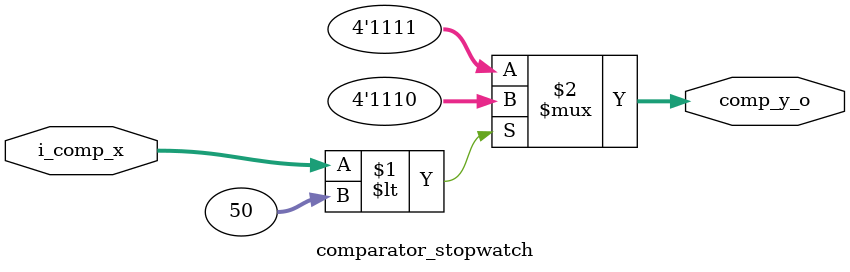
<source format=v>
`timescale 1ns / 10ps

module stopwatch_fnd_controller (
    input i_con_clk,
    input i_con_reset,
    input i_con_fnd_mode, 
    input [6:0] i_con_mSec,
    input [6:0] i_con_sec,
    input [6:0] i_con_min,
    input [6:0] i_con_hour, 
    output [3:0] con_fndCom_o,
    output [7:0] con_fndFont_o
);

    wire [3:0] w_mSec_dig01, w_mSec_dig10;
    wire [3:0] w_sec_dig01, w_sec_dig10;
    wire [3:0] w_min_dig01, w_min_dig10;
    wire [3:0] w_hour_dig01, w_hour_dig10; 
    wire [2:0] w_selFnd; 
    wire [3:0] w_bcdData, w_bcd_Sec_MSec, w_bcdData_Min_Hour; 
    wire w_clk;
    wire [3:0] w_dot; 

    wire [3:0] w_mul_x0, w_mul_x1, w_mul_x2, w_mul_x3;
    wire [3:0] w_con_fndCom_o; 

    assign con_fndCom_o = w_con_fndCom_o; 

    clk_divider_stopwatch U_clk_div( 
        .i_div_clk(i_con_clk),
        .i_div_reset(i_con_reset),
        .div_clk_o(w_clk)
    );

    counter_stopwatch U_counter(
        .i_cnt_clk(w_clk), 
        .i_cnt_reset(i_con_reset), 
        .cnt_count_o(w_selFnd)
    );

    decoder_3to8_stopwatch U_3to8 (
        .i_dec_x(w_selFnd),
        .dec_y_o(w_con_fndCom_o)
    );

    digit_splitter_stopwatch U_dig_splitter_mSec(
        .i_dig_dig(i_con_mSec),
        .dig_dig01_o(w_mSec_dig01),
        .dig_dig10_o(w_mSec_dig10)
    );

    digit_splitter_stopwatch U_dig_splitter_sec(
        .i_dig_dig(i_con_sec),
        .dig_dig01_o(w_sec_dig01),
        .dig_dig10_o(w_sec_dig10)
    );

    digit_splitter_stopwatch U_dig_splitter_min(
        .i_dig_dig(i_con_min),
        .dig_dig01_o(w_min_dig01),
        .dig_dig10_o(w_min_dig10)
    );
    
    digit_splitter_stopwatch U_dig_splitter_hour(
        .i_dig_dig(i_con_hour),
        .dig_dig01_o(w_hour_dig01),
        .dig_dig10_o(w_hour_dig10)
    );

    comparator_stopwatch U_mSec_Comp(
        .i_comp_x(i_con_mSec),
        .comp_y_o(w_dot) 
    );

    mux_81_stopwatch U_mux_81_Sec_mSec (
        .i_mul_sel(w_selFnd),
        .i_mul_x0(w_mSec_dig01),
        .i_mul_x1(w_mSec_dig10),
        .i_mul_x2(w_sec_dig01),
        .i_mul_x3(w_sec_dig10),
        .i_mul_x4(4'hf),
        .i_mul_x5(4'hf),
        .i_mul_x6(w_dot),
        .i_mul_x7(4'hf),
        .mul_y_o(w_bcd_Sec_MSec)
    );

    mux_81_stopwatch U_mux_81_Min_Hour (
        .i_mul_sel(w_selFnd),
        .i_mul_x0(w_min_dig01),
        .i_mul_x1(w_min_dig10),
        .i_mul_x2(w_hour_dig01),
        .i_mul_x3(w_hour_dig10),
        .i_mul_x4(4'hf),
        .i_mul_x5(4'hf),
        .i_mul_x6(w_dot),
        .i_mul_x7(4'hf),
        .mul_y_o(w_bcdData_Min_Hour)
    );

    mux_21_stopwatch U_Mux_21(
        .i_mul_sel(i_con_fnd_mode),
        .i_mul_x0(w_bcd_Sec_MSec),
        .i_mul_x1(w_bcdData_Min_Hour),
        .mul_y_o(w_bcdData)
    );

    BCDtoseg_o_decoder_stopwatch U_BCDtoSEG (       
        .i_bcd(w_bcdData),
        .seg_o(con_fndFont_o)
    );

endmodule

//////////////////////////////////////////////////////////////////////
////////////////////////

module clk_divider_stopwatch(
    input i_div_clk,
    input i_div_reset,

    output div_clk_o 
);
    reg [16:0] r_counter;           
    reg r_clk; 

    assign div_clk_o = r_clk; 

    always @(posedge i_div_clk, posedge i_div_reset) begin
        if (i_div_reset) begin
            r_counter <= 0; 
            r_clk <= 1'b0; 
        end 
        else begin
            if (r_counter == 100_000 -1) begin  // 0.1초 
                r_counter <= 0; 
                r_clk <= 1'b1; 
            end 
            else begin
                r_counter <= r_counter + 1; 
                r_clk <= 1'b0; 
            end 
        end 
    end

endmodule

//////////////////////////////////////////////////////////////////////

module counter_stopwatch(
    input wire i_cnt_clk, 
    input wire i_cnt_reset, 
    output reg [2:0] cnt_count_o   
);

    always @(posedge i_cnt_clk, posedge i_cnt_reset) begin
        if (i_cnt_reset) begin
            cnt_count_o <= 0;       // blocking assignment 
        end 
        else begin
            cnt_count_o <= cnt_count_o + 1; 
        end 
    end
    
endmodule

//////////////////////////////////////////////////////////////////////

// BCDtoseg_o_decoder
module BCDtoseg_o_decoder_stopwatch(
    input wire [3:0] i_bcd,
    // input wire i_bcd_dotE,
    // input wire [3:0] i_bcd_dec, 
    output reg  [7:0] seg_o
);

    always @(*) begin
        case (i_bcd)
            4'h0: seg_o = 8'hc0;
            4'h1: seg_o = 8'hf9;
            4'h2: seg_o = 8'ha4;
            4'h3: seg_o = 8'hb0;
            4'h4: seg_o = 8'h99;
            4'h5: seg_o = 8'h92;
            4'h6: seg_o = 8'h82;
            4'h7: seg_o = 8'hf8;
            4'h8: seg_o = 8'h80;
            4'h9: seg_o = 8'h90;
            4'ha: seg_o = 8'h88;
            4'hb: seg_o = 8'h83;
            4'hc: seg_o = 8'hc6;
            4'hd: seg_o = 8'ha1;
            4'he: seg_o = 8'h7f;        // on dot   :  0 -> on  7f = 0111_1111
            4'hf: seg_o = 8'hff;        // all off 
            default: seg_o = 8'hff;
        endcase

    end

endmodule

//////////////////////////////////////////////////////////////////////

// decoder_3to8
module decoder_3to8_stopwatch(
    input [2:0] i_dec_x,
    output reg [3:0] dec_y_o
);    

    always @(i_dec_x) begin
        case (i_dec_x)
            3'b000:   dec_y_o = 4'b1110;
            3'b001:   dec_y_o = 4'b1101;
            3'b010:   dec_y_o = 4'b1011;
            3'b011:   dec_y_o = 4'b0111;
            3'b100:   dec_y_o = 4'b1110;
            3'b101:   dec_y_o = 4'b1101;
            3'b110:   dec_y_o = 4'b1011;
            3'b111:   dec_y_o = 4'b0111;
            default: dec_y_o = 4'b1111;
        endcase
    end
endmodule

//////////////////////////////////////////////////////////////////////

module digit_splitter_stopwatch(
    input [6:0] i_dig_dig,
    output [3:0] dig_dig01_o,
    output [3:0] dig_dig10_o
);

    assign dig_dig01_o = i_dig_dig % 10;
    assign dig_dig10_o = (i_dig_dig / 10) % 10;

endmodule

//////////////////////////////////////////////////////////////////////

module mux_81_stopwatch(
    input  wire [2:0] i_mul_sel,
    input  wire [3:0] i_mul_x0,
    input  wire [3:0] i_mul_x1,
    input  wire [3:0] i_mul_x2,
    input  wire [3:0] i_mul_x3,
    input  wire [3:0] i_mul_x4,
    input  wire [3:0] i_mul_x5,
    input  wire [3:0] i_mul_x6,  
    input  wire [3:0] i_mul_x7,
    output reg  [3:0] mul_y_o
);

    always @(*) begin
        case (i_mul_sel)
            3'b000:   mul_y_o = i_mul_x0;
            3'b001:   mul_y_o = i_mul_x1;
            3'b010:   mul_y_o = i_mul_x2;
            3'b011:   mul_y_o = i_mul_x3;
            3'b100:   mul_y_o = i_mul_x4;
            3'b101:   mul_y_o = i_mul_x5;
            3'b110:   mul_y_o = i_mul_x6;
            3'b111:   mul_y_o = i_mul_x7;
            default: mul_y_o = 4'bx;
        endcase
    end
endmodule

//////////////////////////////////////////////////////////////////////

module mux_21_stopwatch(
    input  wire i_mul_sel,
    input  wire [3:0] i_mul_x0,
    input  wire [3:0] i_mul_x1,
    output reg  [3:0] mul_y_o
);

    always @(*) begin
        case (i_mul_sel)
            3'b000:   mul_y_o = i_mul_x0;
            3'b001:   mul_y_o = i_mul_x1;
            default: mul_y_o = 4'bx;
        endcase
    end
endmodule

//////////////////////////////////////////////////////////////////////

module comparator_stopwatch(
    input [6:0] i_comp_x, 
    // output [3:0] comp_y_o 
    output [3:0] comp_y_o
);  

    assign comp_y_o = (i_comp_x < 50) ? 4'he : 4'hf;            // on : off
    
endmodule

//////////////////////////////////////////////////////////////////////
</source>
